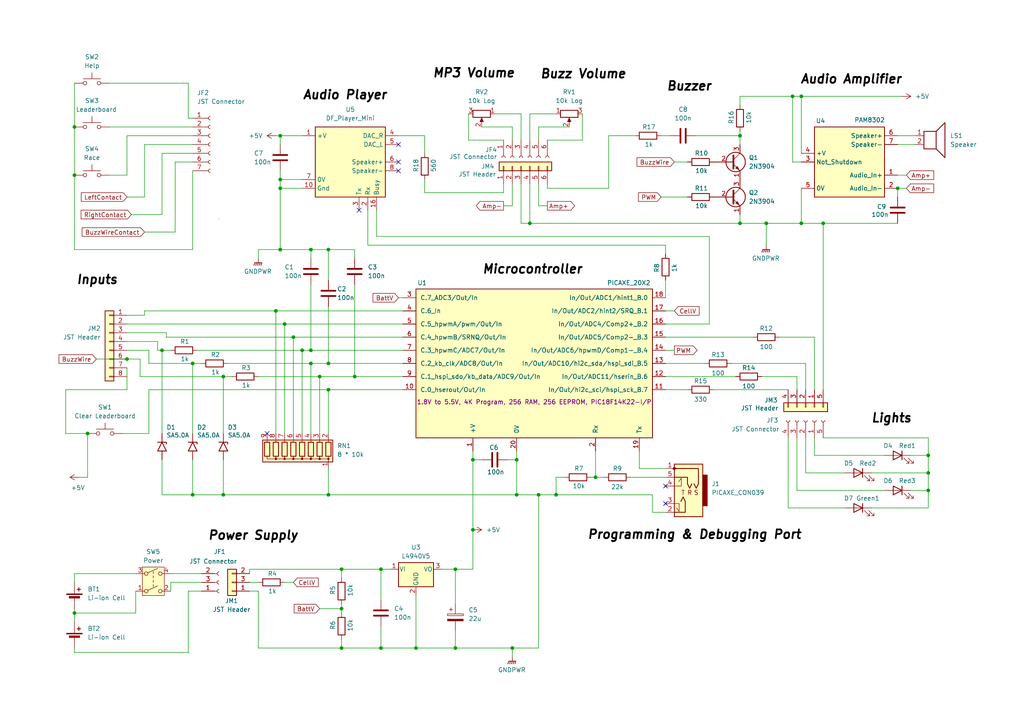
<source format=kicad_sch>
(kicad_sch (version 20231120) (generator "eeschema") (generator_version "8.0")
  (paper "A4")
  (title_block (title "Buzz Wire Game - Electronics Schematic") (date "2024-08-28") (rev "1.1") (company "Author: Alan Hunt.  License: \"The Unlicense\", please refer to <https://unlicense.org>") (comment 1 "D1, D2 and D3 are Transient Voltage Suppressors for robust electrostatic protection.") (comment 2 "DF Player: Speaker outputs are Class D.") (comment 3 "DF Player: DAC Zo=650R, Vo=7.7Vpk-pk with 5V supply and 1kHz -3dB.") (comment 4 "JST Connectors are the common XH look alikes with 0.1\" pitch (2.54mm).") (comment 5 "Errata: Connector JM2 made 8 pin (pin 7 and 8 +5V)"))
  (junction (at 132.08 165.1))
  (junction (at 132.08 187.96))
  (junction (at 172.72 138.43))
  (junction (at 260.35 54.61))
  (junction (at 46.99 101.6))
  (junction (at 137.16 153.67))
  (junction (at 95.25 143.51))
  (junction (at 21.59 177.8))
  (junction (at 90.17 72.39))
  (junction (at 81.28 72.39))
  (junction (at 64.77 109.22))
  (junction (at 64.77 143.51))
  (junction (at 161.29 143.51))
  (junction (at 95.25 113.03))
  (junction (at 149.86 143.51))
  (junction (at 95.25 105.41))
  (junction (at 25.4 125.73))
  (junction (at 110.49 165.1))
  (junction (at 21.59 36.83))
  (junction (at 120.65 187.96))
  (junction (at 87.63 101.6))
  (junction (at 232.41 27.94))
  (junction (at 148.59 187.96))
  (junction (at 99.06 176.53))
  (junction (at 137.16 133.35))
  (junction (at 153.67 64.77))
  (junction (at 269.24 132.08))
  (junction (at 90.17 105.41))
  (junction (at 102.87 109.22))
  (junction (at 80.01 90.17))
  (junction (at 149.86 133.35))
  (junction (at 238.76 64.77))
  (junction (at 36.83 104.14))
  (junction (at 95.25 72.39))
  (junction (at 156.21 143.51))
  (junction (at 110.49 187.96))
  (junction (at 99.06 187.96))
  (junction (at 99.06 165.1))
  (junction (at 21.59 50.8))
  (junction (at 214.63 64.77))
  (junction (at 229.87 27.94))
  (junction (at 82.55 93.98))
  (junction (at 92.71 109.22))
  (junction (at 81.28 52.07))
  (junction (at 269.24 142.24))
  (junction (at 55.88 105.41))
  (junction (at 55.88 143.51))
  (junction (at 81.28 54.61))
  (junction (at 222.25 64.77))
  (junction (at 214.63 39.37))
  (junction (at 81.28 39.37))
  (junction (at 232.41 64.77))
  (junction (at 90.17 101.6))
  (junction (at 85.09 97.79))
  (junction (at 269.24 137.16))
  (no_connect (at 115.57 46.99))
  (no_connect (at 115.57 49.53))
  (no_connect (at 104.14 60.96))
  (no_connect (at 77.47 125.73))
  (no_connect (at 115.57 41.91))
  (no_connect (at 193.04 140.97))
  (no_connect (at 193.04 146.05))
  (wire (pts (xy 231.14 109.22) (xy 231.14 113.03)))
  (wire (pts (xy 19.05 113.03) (xy 19.05 125.73)))
  (wire (pts (xy 46.99 101.6) (xy 45.72 101.6)))
  (wire (pts (xy 54.61 171.45) (xy 58.42 171.45)))
  (wire (pts (xy 148.59 187.96) (xy 156.21 187.96)))
  (wire (pts (xy 57.15 101.6) (xy 87.63 101.6)))
  (wire (pts (xy 260.35 41.91) (xy 265.43 41.91)))
  (wire (pts (xy 92.71 109.22) (xy 102.87 109.22)))
  (wire (pts (xy 49.53 166.37) (xy 58.42 166.37)))
  (wire (pts (xy 220.98 109.22) (xy 231.14 109.22)))
  (wire (pts (xy 149.86 143.51) (xy 156.21 143.51)))
  (wire (pts (xy 21.59 166.37) (xy 39.37 166.37)))
  (wire (pts (xy 102.87 109.22) (xy 116.84 109.22)))
  (wire (pts (xy 158.75 54.61) (xy 158.75 53.34)))
  (wire (pts (xy 229.87 27.94) (xy 232.41 27.94)))
  (wire (pts (xy 80.01 39.37) (xy 81.28 39.37)))
  (wire (pts (xy 21.59 168.91) (xy 21.59 166.37)))
  (wire (pts (xy 48.26 97.79) (xy 48.26 96.52)))
  (wire (pts (xy 21.59 189.23) (xy 54.61 189.23)))
  (wire (pts (xy 36.83 39.37) (xy 36.83 50.8)))
  (wire (pts (xy 21.59 187.96) (xy 21.59 189.23)))
  (wire (pts (xy 74.93 72.39) (xy 81.28 72.39)))
  (wire (pts (xy 201.93 39.37) (xy 214.63 39.37)))
  (wire (pts (xy 102.87 72.39) (xy 102.87 74.93)))
  (wire (pts (xy 195.58 46.99) (xy 199.39 46.99)))
  (wire (pts (xy 193.04 97.79) (xy 218.44 97.79)))
  (wire (pts (xy 153.67 53.34) (xy 153.67 64.77)))
  (wire (pts (xy 168.91 33.02) (xy 168.91 40.64)))
  (wire (pts (xy 55.88 105.41) (xy 58.42 105.41)))
  (wire (pts (xy 90.17 101.6) (xy 116.84 101.6)))
  (wire (pts (xy 74.93 171.45) (xy 74.93 187.96)))
  (wire (pts (xy 182.88 138.43) (xy 193.04 138.43)))
  (wire (pts (xy 95.25 113.03) (xy 116.84 113.03)))
  (wire (pts (xy 38.1 62.23) (xy 46.99 62.23)))
  (wire (pts (xy 90.17 72.39) (xy 90.17 74.93)))
  (wire (pts (xy 64.77 133.35) (xy 64.77 143.51)))
  (wire (pts (xy 176.53 39.37) (xy 176.53 54.61)))
  (wire (pts (xy 41.91 91.44) (xy 41.91 90.17)))
  (wire (pts (xy 156.21 187.96) (xy 156.21 143.51)))
  (wire (pts (xy 54.61 171.45) (xy 54.61 189.23)))
  (wire (pts (xy 185.42 135.89) (xy 193.04 135.89)))
  (wire (pts (xy 40.64 109.22) (xy 40.64 104.14)))
  (wire (pts (xy 193.04 86.36) (xy 193.04 81.28)))
  (wire (pts (xy 148.59 190.5) (xy 148.59 187.96)))
  (wire (pts (xy 55.88 133.35) (xy 55.88 143.51)))
  (wire (pts (xy 193.04 71.12) (xy 106.68 71.12)))
  (wire (pts (xy 236.22 97.79) (xy 236.22 113.03)))
  (wire (pts (xy 135.89 33.02) (xy 135.89 40.64)))
  (wire (pts (xy 148.59 53.34) (xy 148.59 59.69)))
  (wire (pts (xy 95.25 72.39) (xy 95.25 81.28)))
  (wire (pts (xy 233.68 127) (xy 233.68 137.16)))
  (wire (pts (xy 36.83 96.52) (xy 48.26 96.52)))
  (wire (pts (xy 46.99 143.51) (xy 55.88 143.51)))
  (wire (pts (xy 233.68 105.41) (xy 233.68 113.03)))
  (wire (pts (xy 55.88 49.53) (xy 55.88 72.39)))
  (wire (pts (xy 27.94 104.14) (xy 36.83 104.14)))
  (wire (pts (xy 110.49 165.1) (xy 110.49 173.99)))
  (wire (pts (xy 172.72 130.81) (xy 172.72 138.43)))
  (wire (pts (xy 54.61 34.29) (xy 55.88 34.29)))
  (wire (pts (xy 193.04 93.98) (xy 205.74 93.98)))
  (wire (pts (xy 31.75 50.8) (xy 36.83 50.8)))
  (wire (pts (xy 151.13 53.34) (xy 151.13 64.77)))
  (wire (pts (xy 260.35 50.8) (xy 262.89 50.8)))
  (wire (pts (xy 99.06 185.42) (xy 99.06 187.96)))
  (wire (pts (xy 81.28 72.39) (xy 90.17 72.39)))
  (wire (pts (xy 172.72 138.43) (xy 175.26 138.43)))
  (wire (pts (xy 260.35 54.61) (xy 260.35 57.15)))
  (wire (pts (xy 260.35 54.61) (xy 262.89 54.61)))
  (wire (pts (xy 214.63 39.37) (xy 214.63 41.91)))
  (wire (pts (xy 191.77 57.15) (xy 199.39 57.15)))
  (wire (pts (xy 214.63 30.48) (xy 214.63 27.94)))
  (wire (pts (xy 102.87 82.55) (xy 102.87 109.22)))
  (wire (pts (xy 54.61 24.13) (xy 54.61 34.29)))
  (wire (pts (xy 21.59 176.53) (xy 21.59 177.8)))
  (wire (pts (xy 147.32 133.35) (xy 149.86 133.35)))
  (wire (pts (xy 95.25 113.03) (xy 95.25 125.73)))
  (wire (pts (xy 106.68 60.96) (xy 106.68 71.12)))
  (wire (pts (xy 95.25 113.03) (xy 43.18 113.03)))
  (wire (pts (xy 43.18 101.6) (xy 36.83 101.6)))
  (wire (pts (xy 64.77 143.51) (xy 95.25 143.51)))
  (wire (pts (xy 50.8 46.99) (xy 55.88 46.99)))
  (wire (pts (xy 207.01 113.03) (xy 228.6 113.03)))
  (wire (pts (xy 21.59 24.13) (xy 21.59 36.83)))
  (wire (pts (xy 21.59 177.8) (xy 21.59 180.34)))
  (wire (pts (xy 256.54 142.24) (xy 231.14 142.24)))
  (wire (pts (xy 21.59 177.8) (xy 39.37 177.8)))
  (wire (pts (xy 156.21 143.51) (xy 161.29 143.51)))
  (wire (pts (xy 45.72 99.06) (xy 36.83 99.06)))
  (wire (pts (xy 238.76 127) (xy 269.24 127)))
  (wire (pts (xy 132.08 165.1) (xy 132.08 175.26)))
  (wire (pts (xy 214.63 38.1) (xy 214.63 39.37)))
  (wire (pts (xy 92.71 125.73) (xy 92.71 109.22)))
  (wire (pts (xy 135.89 40.64) (xy 146.05 40.64)))
  (wire (pts (xy 72.39 171.45) (xy 74.93 171.45)))
  (wire (pts (xy 123.19 39.37) (xy 123.19 44.45)))
  (wire (pts (xy 222.25 64.77) (xy 232.41 64.77)))
  (wire (pts (xy 82.55 168.91) (xy 85.09 168.91)))
  (wire (pts (xy 41.91 41.91) (xy 55.88 41.91)))
  (wire (pts (xy 81.28 54.61) (xy 81.28 72.39)))
  (wire (pts (xy 36.83 106.68) (xy 36.83 113.03)))
  (wire (pts (xy 212.09 105.41) (xy 233.68 105.41)))
  (wire (pts (xy 236.22 127) (xy 236.22 132.08)))
  (wire (pts (xy 72.39 165.1) (xy 72.39 166.37)))
  (wire (pts (xy 31.75 36.83) (xy 55.88 36.83)))
  (wire (pts (xy 49.53 101.6) (xy 46.99 101.6)))
  (wire (pts (xy 81.28 52.07) (xy 81.28 54.61)))
  (wire (pts (xy 232.41 54.61) (xy 232.41 64.77)))
  (wire (pts (xy 90.17 72.39) (xy 95.25 72.39)))
  (wire (pts (xy 161.29 138.43) (xy 161.29 143.51)))
  (wire (pts (xy 49.53 168.91) (xy 49.53 171.45)))
  (wire (pts (xy 95.25 105.41) (xy 116.84 105.41)))
  (wire (pts (xy 264.16 132.08) (xy 269.24 132.08)))
  (wire (pts (xy 99.06 165.1) (xy 110.49 165.1)))
  (wire (pts (xy 148.59 36.83) (xy 148.59 40.64)))
  (wire (pts (xy 43.18 105.41) (xy 43.18 101.6)))
  (wire (pts (xy 256.54 132.08) (xy 236.22 132.08)))
  (wire (pts (xy 232.41 46.99) (xy 229.87 46.99)))
  (wire (pts (xy 55.88 72.39) (xy 21.59 72.39)))
  (wire (pts (xy 46.99 101.6) (xy 46.99 125.73)))
  (wire (pts (xy 21.59 72.39) (xy 21.59 50.8)))
  (wire (pts (xy 264.16 142.24) (xy 269.24 142.24)))
  (wire (pts (xy 35.56 125.73) (xy 43.18 125.73)))
  (wire (pts (xy 165.1 36.83) (xy 156.21 36.83)))
  (wire (pts (xy 55.88 105.41) (xy 55.88 125.73)))
  (wire (pts (xy 149.86 133.35) (xy 149.86 143.51)))
  (wire (pts (xy 232.41 64.77) (xy 238.76 64.77)))
  (wire (pts (xy 232.41 27.94) (xy 261.62 27.94)))
  (wire (pts (xy 43.18 105.41) (xy 55.88 105.41)))
  (wire (pts (xy 120.65 172.72) (xy 120.65 187.96)))
  (wire (pts (xy 148.59 59.69) (xy 146.05 59.69)))
  (wire (pts (xy 46.99 133.35) (xy 46.99 143.51)))
  (wire (pts (xy 115.57 39.37) (xy 123.19 39.37)))
  (wire (pts (xy 151.13 64.77) (xy 153.67 64.77)))
  (wire (pts (xy 153.67 33.02) (xy 153.67 40.64)))
  (wire (pts (xy 72.39 168.91) (xy 74.93 168.91)))
  (wire (pts (xy 153.67 64.77) (xy 214.63 64.77)))
  (wire (pts (xy 95.25 88.9) (xy 95.25 105.41)))
  (wire (pts (xy 109.22 68.58) (xy 109.22 60.96)))
  (wire (pts (xy 193.04 105.41) (xy 204.47 105.41)))
  (wire (pts (xy 137.16 130.81) (xy 137.16 133.35)))
  (wire (pts (xy 137.16 133.35) (xy 137.16 153.67)))
  (wire (pts (xy 193.04 113.03) (xy 199.39 113.03)))
  (wire (pts (xy 214.63 27.94) (xy 229.87 27.94)))
  (wire (pts (xy 115.57 86.36) (xy 116.84 86.36)))
  (wire (pts (xy 25.4 138.43) (xy 22.86 138.43)))
  (wire (pts (xy 132.08 187.96) (xy 132.08 182.88)))
  (wire (pts (xy 43.18 113.03) (xy 43.18 125.73)))
  (wire (pts (xy 137.16 133.35) (xy 139.7 133.35)))
  (wire (pts (xy 36.83 93.98) (xy 82.55 93.98)))
  (wire (pts (xy 269.24 142.24) (xy 269.24 147.32)))
  (wire (pts (xy 80.01 90.17) (xy 116.84 90.17)))
  (wire (pts (xy 95.25 143.51) (xy 149.86 143.51)))
  (wire (pts (xy 193.04 109.22) (xy 213.36 109.22)))
  (wire (pts (xy 90.17 82.55) (xy 90.17 101.6)))
  (wire (pts (xy 87.63 101.6) (xy 90.17 101.6)))
  (wire (pts (xy 228.6 127) (xy 228.6 147.32)))
  (wire (pts (xy 185.42 130.81) (xy 185.42 135.89)))
  (wire (pts (xy 171.45 138.43) (xy 172.72 138.43)))
  (wire (pts (xy 40.64 109.22) (xy 64.77 109.22)))
  (wire (pts (xy 46.99 44.45) (xy 55.88 44.45)))
  (wire (pts (xy 85.09 125.73) (xy 85.09 97.79)))
  (wire (pts (xy 36.83 39.37) (xy 55.88 39.37)))
  (wire (pts (xy 49.53 168.91) (xy 58.42 168.91)))
  (wire (pts (xy 36.83 91.44) (xy 41.91 91.44)))
  (wire (pts (xy 191.77 39.37) (xy 194.31 39.37)))
  (wire (pts (xy 45.72 101.6) (xy 45.72 99.06)))
  (wire (pts (xy 149.86 130.81) (xy 149.86 133.35)))
  (wire (pts (xy 64.77 109.22) (xy 67.31 109.22)))
  (wire (pts (xy 189.23 148.59) (xy 189.23 143.51)))
  (wire (pts (xy 156.21 36.83) (xy 156.21 40.64)))
  (wire (pts (xy 74.93 109.22) (xy 92.71 109.22)))
  (wire (pts (xy 39.37 171.45) (xy 39.37 177.8)))
  (wire (pts (xy 260.35 39.37) (xy 265.43 39.37)))
  (wire (pts (xy 222.25 71.12) (xy 222.25 64.77)))
  (wire (pts (xy 85.09 97.79) (xy 116.84 97.79)))
  (wire (pts (xy 81.28 49.53) (xy 81.28 52.07)))
  (wire (pts (xy 74.93 74.93) (xy 74.93 72.39)))
  (wire (pts (xy 36.83 113.03) (xy 19.05 113.03)))
  (wire (pts (xy 139.7 36.83) (xy 148.59 36.83)))
  (wire (pts (xy 110.49 181.61) (xy 110.49 187.96)))
  (wire (pts (xy 87.63 125.73) (xy 87.63 101.6)))
  (wire (pts (xy 110.49 165.1) (xy 113.03 165.1)))
  (wire (pts (xy 90.17 105.41) (xy 95.25 105.41)))
  (wire (pts (xy 231.14 127) (xy 231.14 142.24)))
  (wire (pts (xy 161.29 143.51) (xy 189.23 143.51)))
  (wire (pts (xy 99.06 165.1) (xy 99.06 167.64)))
  (wire (pts (xy 193.04 148.59) (xy 189.23 148.59)))
  (wire (pts (xy 55.88 143.51) (xy 64.77 143.51)))
  (wire (pts (xy 41.91 90.17) (xy 80.01 90.17)))
  (wire (pts (xy 252.73 137.16) (xy 269.24 137.16)))
  (wire (pts (xy 99.06 176.53) (xy 99.06 177.8)))
  (wire (pts (xy 156.21 53.34) (xy 156.21 59.69)))
  (wire (pts (xy 269.24 127) (xy 269.24 132.08)))
  (wire (pts (xy 99.06 175.26) (xy 99.06 176.53)))
  (wire (pts (xy 156.21 59.69) (xy 158.75 59.69)))
  (wire (pts (xy 36.83 57.15) (xy 41.91 57.15)))
  (wire (pts (xy 46.99 62.23) (xy 46.99 44.45)))
  (wire (pts (xy 184.15 39.37) (xy 176.53 39.37)))
  (wire (pts (xy 214.63 64.77) (xy 222.25 64.77)))
  (wire (pts (xy 31.75 24.13) (xy 54.61 24.13)))
  (wire (pts (xy 25.4 125.73) (xy 25.4 138.43)))
  (wire (pts (xy 205.74 93.98) (xy 205.74 68.58)))
  (wire (pts (xy 245.11 137.16) (xy 233.68 137.16)))
  (wire (pts (xy 137.16 153.67) (xy 137.16 165.1)))
  (wire (pts (xy 48.26 97.79) (xy 85.09 97.79)))
  (wire (pts (xy 21.59 36.83) (xy 21.59 50.8)))
  (wire (pts (xy 81.28 39.37) (xy 81.28 41.91)))
  (wire (pts (xy 245.11 147.32) (xy 228.6 147.32)))
  (wire (pts (xy 90.17 105.41) (xy 90.17 125.73)))
  (wire (pts (xy 109.22 68.58) (xy 205.74 68.58)))
  (wire (pts (xy 214.63 62.23) (xy 214.63 64.77)))
  (wire (pts (xy 176.53 54.61) (xy 158.75 54.61)))
  (wire (pts (xy 66.04 105.41) (xy 90.17 105.41)))
  (wire (pts (xy 229.87 27.94) (xy 229.87 46.99)))
  (wire (pts (xy 132.08 165.1) (xy 128.27 165.1)))
  (wire (pts (xy 238.76 64.77) (xy 238.76 113.03)))
  (wire (pts (xy 163.83 138.43) (xy 161.29 138.43)))
  (wire (pts (xy 137.16 165.1) (xy 132.08 165.1)))
  (wire (pts (xy 226.06 97.79) (xy 236.22 97.79)))
  (wire (pts (xy 110.49 187.96) (xy 120.65 187.96)))
  (wire (pts (xy 64.77 125.73) (xy 64.77 109.22)))
  (wire (pts (xy 41.91 67.31) (xy 50.8 67.31)))
  (wire (pts (xy 74.93 187.96) (xy 99.06 187.96)))
  (wire (pts (xy 238.76 64.77) (xy 260.35 64.77)))
  (wire (pts (xy 123.19 52.07) (xy 123.19 55.88)))
  (wire (pts (xy 95.25 135.89) (xy 95.25 143.51)))
  (wire (pts (xy 146.05 55.88) (xy 146.05 53.34)))
  (wire (pts (xy 99.06 187.96) (xy 110.49 187.96)))
  (wire (pts (xy 72.39 165.1) (xy 99.06 165.1)))
  (wire (pts (xy 82.55 93.98) (xy 116.84 93.98)))
  (wire (pts (xy 40.64 104.14) (xy 36.83 104.14)))
  (wire (pts (xy 151.13 33.02) (xy 151.13 40.64)))
  (wire (pts (xy 82.55 93.98) (xy 82.55 125.73)))
  (wire (pts (xy 123.19 55.88) (xy 146.05 55.88)))
  (wire (pts (xy 143.51 33.02) (xy 151.13 33.02)))
  (wire (pts (xy 95.25 72.39) (xy 102.87 72.39)))
  (wire (pts (xy 81.28 52.07) (xy 87.63 52.07)))
  (wire (pts (xy 80.01 90.17) (xy 80.01 125.73)))
  (wire (pts (xy 81.28 54.61) (xy 87.63 54.61)))
  (wire (pts (xy 132.08 187.96) (xy 148.59 187.96)))
  (wire (pts (xy 269.24 132.08) (xy 269.24 137.16)))
  (wire (pts (xy 193.04 101.6) (xy 195.58 101.6)))
  (wire (pts (xy 19.05 125.73) (xy 25.4 125.73)))
  (wire (pts (xy 252.73 147.32) (xy 269.24 147.32)))
  (wire (pts (xy 120.65 187.96) (xy 132.08 187.96)))
  (wire (pts (xy 193.04 90.17) (xy 195.58 90.17)))
  (wire (pts (xy 41.91 57.15) (xy 41.91 41.91)))
  (wire (pts (xy 92.71 176.53) (xy 99.06 176.53)))
  (wire (pts (xy 161.29 33.02) (xy 153.67 33.02)))
  (wire (pts (xy 81.28 39.37) (xy 87.63 39.37)))
  (wire (pts (xy 232.41 27.94) (xy 232.41 44.45)))
  (wire (pts (xy 158.75 40.64) (xy 168.91 40.64)))
  (wire (pts (xy 193.04 73.66) (xy 193.04 71.12)))
  (wire (pts (xy 50.8 67.31) (xy 50.8 46.99)))
  (wire (pts (xy 269.24 137.16) (xy 269.24 142.24)))
  (arc (start 63.5 63.5) (mid 63.5 63.5) (end 63.5 63.5))
  (text "Power Supply" (at 73.406 155.448 0) (effects (font (size 2.54 2.54) (bold yes) (italic yes))))
  (text "Audio Amplifier" (at 246.888 23.114 0) (effects (font (size 2.54 2.54) (bold yes) (italic yes))))
  (text "MP3 Volume" (at 137.414 21.336 0) (effects (font (size 2.54 2.54) (bold yes) (italic yes))))
  (text "Buzz Volume" (at 169.164 21.59 0) (effects (font (size 2.54 2.54) (bold yes) (italic yes))))
  (text "Audio Player" (at 100.076 27.686 0) (effects (font (size 2.54 2.54) (bold yes) (italic yes))))
  (text "Buzzer" (at 199.898 25.146 0) (effects (font (size 2.54 2.54) (bold yes) (italic yes))))
  (text "Microcontroller" (at 154.432 78.232 0) (effects (font (size 2.54 2.54) (bold yes) (italic yes))))
  (text "Programming & Debugging Port" (at 201.422 155.194 0) (effects (font (size 2.54 2.54) (bold yes) (italic yes))))
  (text "Lights" (at 258.572 121.412 0) (effects (font (size 2.54 2.54) (bold yes) (italic yes))))
  (text "Inputs" (at 28.194 81.28 0) (effects (font (size 2.54 2.54) (bold yes) (italic yes))))
  (global_label "Amp-" (shape input) (at 262.89 54.61 0) (property "Intersheetrefs" "${INTERSHEET_REFS}" (effects (hide yes))))
  (global_label "LeftContact" (shape input) (at 36.83 57.15 180) (property "Intersheetrefs" "${INTERSHEET_REFS}" (effects (hide yes))))
  (global_label "PWM" (shape output) (at 195.58 101.6 0) (property "Intersheetrefs" "${INTERSHEET_REFS}" (effects (hide yes))))
  (global_label "Amp-" (shape output) (at 146.05 59.69 180) (property "Intersheetrefs" "${INTERSHEET_REFS}" (effects (hide yes))))
  (global_label "RightContact" (shape input) (at 38.1 62.23 180) (property "Intersheetrefs" "${INTERSHEET_REFS}" (effects (hide yes))))
  (global_label "BuzzWireContact" (shape input) (at 41.91 67.31 180) (property "Intersheetrefs" "${INTERSHEET_REFS}" (effects (hide yes))))
  (global_label "Amp+" (shape output) (at 158.75 59.69 0) (property "Intersheetrefs" "${INTERSHEET_REFS}" (effects (hide yes))))
  (global_label "CellV" (shape input) (at 195.58 90.17 0) (property "Intersheetrefs" "${INTERSHEET_REFS}" (effects (hide yes))))
  (global_label "BuzzWire" (shape input) (at 195.58 46.99 180) (property "Intersheetrefs" "${INTERSHEET_REFS}" (effects (hide yes))))
  (global_label "PWM" (shape input) (at 191.77 57.15 180) (property "Intersheetrefs" "${INTERSHEET_REFS}" (effects (hide yes))))
  (global_label "BattV" (shape input) (at 115.57 86.36 180) (property "Intersheetrefs" "${INTERSHEET_REFS}" (effects (hide yes))))
  (global_label "Amp+" (shape input) (at 262.89 50.8 0) (property "Intersheetrefs" "${INTERSHEET_REFS}" (effects (hide yes))))
  (global_label "BattV" (shape input) (at 92.71 176.53 180) (property "Intersheetrefs" "${INTERSHEET_REFS}" (effects (hide yes))))
  (global_label "CellV" (shape input) (at 85.09 168.91 0) (property "Intersheetrefs" "${INTERSHEET_REFS}" (effects (hide yes))))
  (global_label "BuzzWire" (shape input) (at 27.94 104.14 180) (property "Intersheetrefs" "${INTERSHEET_REFS}" (effects (hide yes))))
  (symbol (lib_id "Device:R") (at 167.64 138.43 270) (unit 1)
    (property "Reference" "R7" (at 167.894 135.89 90))
    (property "Value" "10k" (at 167.894 140.97 90))
    (property "Footprint" "Resistor_THT:R_Axial_DIN0207_L6.3mm_D2.5mm_P7.62mm_Horizontal" (effects (hide yes)))
    (property "Description" "Resistor" (effects (hide yes)))
  )
  (symbol (lib_id "Device:R_Network08") (at 85.09 130.81 180) (unit 1)
    (property "Reference" "RN1" (at 97.79 129.2859 0) (effects (justify right)))
    (property "Value" "8 * 10k" (at 97.79 131.8259 0) (effects (justify right)))
    (property "Footprint" "Resistor_THT:R_Array_SIP9" (effects (hide yes)))
    (property "Datasheet" "http://www.vishay.com/docs/31509/csc.pdf" (effects (hide yes)))
    (property "Description" "8 resistor network, star topology, bussed resistors, small symbol" (effects (hide yes)))
  )
  (symbol (lib_id "Device:Battery_Cell") (at 21.59 173.99 0) (unit 1) (on_board no)
    (property "Reference" "BT1" (at 25.4 170.8784 0) (effects (justify left)))
    (property "Value" "Li-ion Cell" (at 25.4 173.4184 0) (effects (justify left)))
    (property "Datasheet" "Samsung INR18650-30Q, 3000mAh, 4.2V, 2.5V Cut-off" (effects (hide yes)))
    (property "Description" "Single-cell battery" (effects (hide yes)))
  )
  (symbol (lib_id "Device:LED") (at 248.92 147.32 0) (mirror y) (unit 1) (on_board no)
    (property "Reference" "D7" (at 246.126 144.526 0))
    (property "Value" "Green1" (at 251.714 144.526 0))
    (property "Datasheet" "10mm" (effects (hide yes)))
    (property "Description" "Light emitting diode" (effects (hide yes)))
  )
  (symbol (lib_id "MakerBuzz:SA5.0A") (at 46.99 129.54 270) (unit 1)
    (property "Reference" "D1" (at 48.26 123.952 90) (effects (justify left)))
    (property "Value" "SA5.0A" (at 48.26 126.238 90) (effects (justify left)))
    (property "Footprint" "Diode_THT:D_DO-201AD_P12.70mm_Horizontal" (effects (hide yes)))
    (property "Datasheet" "https://www.vishay.com/docs/88301/15ke.pdf" (effects (hide yes)))
    (property "Description" "Unidirectional TVS diode, 5V 500W, DO-204AC(DO-15)" (effects (hide yes)))
  )
  (symbol (lib_id "Device:R") (at 217.17 109.22 270) (unit 1)
    (property "Reference" "R14" (at 217.17 106.68 90))
    (property "Value" "100" (at 217.17 112.014 90))
    (property "Footprint" "Resistor_THT:R_Axial_DIN0207_L6.3mm_D2.5mm_P7.62mm_Horizontal" (effects (hide yes)))
    (property "Description" "Resistor" (effects (hide yes)))
  )
  (symbol (lib_id "Device:LED") (at 260.35 142.24 0) (mirror y) (unit 1) (on_board no)
    (property "Reference" "D6" (at 257.556 139.446 0))
    (property "Value" "Red3" (at 263.144 139.446 0))
    (property "Datasheet" "10mm" (effects (hide yes)))
    (property "Description" "Light emitting diode" (effects (hide yes)))
  )
  (symbol (lib_id "Device:C") (at 102.87 78.74 0) (unit 1)
    (property "Reference" "C3" (at 106.68 77.4699 0) (effects (justify left)))
    (property "Value" "100n" (at 106.68 80.0099 0) (effects (justify left)))
    (property "Footprint" "Capacitor_THT:C_Rect_L9.0mm_W2.5mm_P7.50mm_MKT" (effects (hide yes)))
    (property "Description" "Unpolarized capacitor" (effects (hide yes)))
  )
  (symbol (lib_id "Device:R") (at 179.07 138.43 270) (unit 1)
    (property "Reference" "R9" (at 179.07 135.89 90))
    (property "Value" "22k" (at 179.07 141.224 90))
    (property "Footprint" "Resistor_THT:R_Axial_DIN0207_L6.3mm_D2.5mm_P7.62mm_Horizontal" (effects (hide yes)))
    (property "Description" "Resistor" (effects (hide yes)))
  )
  (symbol (lib_id "MakerBuzz:SA5.0A") (at 55.88 129.54 270) (unit 1)
    (property "Reference" "D2" (at 57.15 123.952 90) (effects (justify left)))
    (property "Value" "SA5.0A" (at 57.15 126.238 90) (effects (justify left)))
    (property "Footprint" "Diode_THT:D_DO-201AD_P12.70mm_Horizontal" (effects (hide yes)))
    (property "Datasheet" "https://www.vishay.com/docs/88301/15ke.pdf" (effects (hide yes)))
    (property "Description" "Unidirectional TVS diode, 5V 500W, DO-204AC(DO-15)" (effects (hide yes)))
  )
  (symbol (lib_id "power:GNDPWR") (at 222.25 71.12 0) (unit 1)
    (property "Reference" "#PWR04" (effects (hide yes)))
    (property "Value" "GNDPWR" (at 222.123 74.93 0))
    (property "Description" "Power symbol creates a global label with name \"GNDPWR\" , global ground" (effects (hide yes)))
  )
  (symbol (lib_id "Device:R") (at 203.2 113.03 270) (unit 1)
    (property "Reference" "R15" (at 203.2 110.49 90))
    (property "Value" "330" (at 203.2 115.824 90))
    (property "Footprint" "Resistor_THT:R_Axial_DIN0207_L6.3mm_D2.5mm_P7.62mm_Horizontal" (effects (hide yes)))
    (property "Description" "Resistor" (effects (hide yes)))
  )
  (symbol (lib_id "Switch:SW_DPST") (at 44.45 168.91 0) (unit 1) (on_board no)
    (property "Reference" "SW5" (at 44.45 160.02 0))
    (property "Value" "Power" (at 44.45 162.56 0))
    (property "Datasheet" "Dual Pole" (effects (hide yes)))
    (property "Description" "Double Pole Single Throw (DPST) Switch" (effects (hide yes)))
  )
  (symbol (lib_id "Switch:SW_Push") (at 26.67 36.83 0) (unit 1) (on_board no)
    (property "Reference" "SW3" (at 26.67 29.21 0))
    (property "Value" "Leaderboard" (at 27.94 31.75 0))
    (property "Datasheet" "Normally Open, Momentary Close" (effects (hide yes)))
    (property "Description" "Push button switch, generic, two pins" (effects (hide yes)))
  )
  (symbol (lib_id "power:GNDPWR") (at 74.93 74.93 0) (unit 1)
    (property "Reference" "#PWR01" (effects (hide yes)))
    (property "Value" "GNDPWR" (at 74.803 78.74 0))
    (property "Description" "Power symbol creates a global label with name \"GNDPWR\" , global ground" (effects (hide yes)))
  )
  (symbol (lib_id "Connector_Generic:Conn_01x06") (at 151.13 48.26 90) (unit 1)
    (property "Reference" "JM4" (at 141.478 48.26 90))
    (property "Value" "JST Header" (at 138.43 50.546 90))
    (property "Footprint" "Connector_PinHeader_2.54mm:PinHeader_1x06_P2.54mm_Vertical" (effects (hide yes)))
    (property "Datasheet" "2.54mm pin spacing" (effects (hide yes)))
    (property "Description" "Generic connector, single row, 01x06, script generated (kicad-library-utils/schlib/autogen/connector/)" (effects (hide yes)))
  )
  (symbol (lib_id "MakerBuzz:PCB_Switch_Push_Button") (at 30.48 125.73 0) (unit 1)
    (property "Reference" "SW1" (at 30.48 118.11 0))
    (property "Value" "Clear Leaderboard" (at 30.48 120.65 0))
    (property "Footprint" "Maker:PCB_Switch_Push_Button" (effects (hide yes)))
    (property "Datasheet" "Normally Open, Momentary Close" (effects (hide yes)))
    (property "Description" "Push button switch, momentary close" (effects (hide yes)))
  )
  (symbol (lib_id "Device:R") (at 71.12 109.22 270) (unit 1)
    (property "Reference" "R3" (at 71.374 106.68 90))
    (property "Value" "1k" (at 71.374 111.76 90))
    (property "Footprint" "Resistor_THT:R_Axial_DIN0207_L6.3mm_D2.5mm_P7.62mm_Horizontal" (effects (hide yes)))
    (property "Description" "Resistor" (effects (hide yes)))
  )
  (symbol (lib_id "Switch:SW_Push") (at 26.67 24.13 0) (unit 1) (on_board no)
    (property "Reference" "SW2" (at 26.67 16.51 0))
    (property "Value" "Help" (at 26.67 19.05 0))
    (property "Datasheet" "Normally Open, Momentary Close" (effects (hide yes)))
    (property "Description" "Push button switch, generic, two pins" (effects (hide yes)))
  )
  (symbol (lib_id "Device:C") (at 95.25 85.09 0) (unit 1)
    (property "Reference" "C2" (at 97.79 83.82 0) (effects (justify left)))
    (property "Value" "100n" (at 97.79 86.36 0) (effects (justify left)))
    (property "Footprint" "Capacitor_THT:C_Rect_L9.0mm_W2.5mm_P7.50mm_MKT" (effects (hide yes)))
    (property "Description" "Unpolarized capacitor" (effects (hide yes)))
  )
  (symbol (lib_id "Device:R") (at 193.04 77.47 0) (mirror x) (unit 1)
    (property "Reference" "R8" (at 190.5 77.724 90))
    (property "Value" "1k" (at 195.58 77.724 90))
    (property "Footprint" "Resistor_THT:R_Axial_DIN0207_L6.3mm_D2.5mm_P7.62mm_Horizontal" (effects (hide yes)))
    (property "Description" "Resistor" (effects (hide yes)))
  )
  (symbol (lib_id "Device:R") (at 62.23 105.41 270) (unit 1)
    (property "Reference" "R2" (at 62.484 102.87 90))
    (property "Value" "1k" (at 62.484 107.95 90))
    (property "Footprint" "Resistor_THT:R_Axial_DIN0207_L6.3mm_D2.5mm_P7.62mm_Horizontal" (effects (hide yes)))
    (property "Description" "Resistor" (effects (hide yes)))
  )
  (symbol (lib_id "Device:C") (at 143.51 133.35 270) (unit 1)
    (property "Reference" "C6" (at 143.256 129.794 90))
    (property "Value" "100n" (at 143.764 136.906 90))
    (property "Footprint" "Capacitor_THT:C_Rect_L9.0mm_W2.5mm_P7.50mm_MKT" (effects (hide yes)))
    (property "Description" "Unpolarized capacitor" (effects (hide yes)))
  )
  (symbol (lib_id "Device:C") (at 110.49 177.8 0) (unit 1)
    (property "Reference" "C4" (at 114.3 176.5299 0) (effects (justify left)))
    (property "Value" "100n" (at 114.3 179.0699 0) (effects (justify left)))
    (property "Footprint" "Capacitor_THT:C_Rect_L9.0mm_W2.5mm_P7.50mm_MKT" (effects (hide yes)))
    (property "Description" "Unpolarized capacitor" (effects (hide yes)))
  )
  (symbol (lib_id "Device:R") (at 203.2 57.15 270) (unit 1)
    (property "Reference" "R11" (at 203.454 54.61 90))
    (property "Value" "10k" (at 203.454 59.69 90))
    (property "Footprint" "Resistor_THT:R_Axial_DIN0207_L6.3mm_D2.5mm_P7.62mm_Horizontal" (effects (hide yes)))
    (property "Description" "Resistor" (effects (hide yes)))
  )
  (symbol (lib_id "Device:C") (at 81.28 45.72 0) (unit 1)
    (property "Reference" "C7" (at 73.66 44.45 0) (effects (justify left)))
    (property "Value" "100n" (at 73.66 46.99 0) (effects (justify left)))
    (property "Footprint" "Capacitor_THT:C_Rect_L9.0mm_W2.5mm_P7.50mm_MKT" (effects (hide yes)))
    (property "Description" "Unpolarized capacitor" (effects (hide yes)))
  )
  (symbol (lib_id "Switch:SW_Push") (at 26.67 50.8 0) (unit 1) (on_board no)
    (property "Reference" "SW4" (at 26.67 43.18 0))
    (property "Value" "Race" (at 26.67 45.72 0))
    (property "Datasheet" "Normally Open, Momentary Close" (effects (hide yes)))
    (property "Description" "Push button switch, generic, two pins" (effects (hide yes)))
  )
  (symbol (lib_id "Connector:Conn_01x03_Socket") (at 63.5 168.91 0) (unit 1) (on_board no)
    (property "Reference" "JF1" (at 61.976 160.02 0) (effects (justify left)))
    (property "Value" "JST Connector" (at 54.864 162.814 0) (effects (justify left)))
    (property "Datasheet" "2.54mm pin spacing" (effects (hide yes)))
    (property "Description" "Generic connector, single row, 01x03, script generated" (effects (hide yes)))
  )
  (symbol (lib_id "Connector:Conn_01x06_Socket") (at 151.13 45.72 90) (mirror x) (unit 1) (on_board no)
    (property "Reference" "JF4" (at 140.716 43.434 90) (effects (justify right)))
    (property "Value" "JST Connector" (at 130.302 45.466 90) (effects (justify right)))
    (property "Datasheet" "2.54mm pin spacing" (effects (hide yes)))
    (property "Description" "Generic connector, single row, 01x06, script generated" (effects (hide yes)))
  )
  (symbol (lib_id "Device:Battery_Cell") (at 21.59 185.42 0) (unit 1) (on_board no)
    (property "Reference" "BT2" (at 25.4 182.3084 0) (effects (justify left)))
    (property "Value" "Li-ion Cell" (at 25.4 184.8484 0) (effects (justify left)))
    (property "Datasheet" "Samsung INR18650-30Q, 3000mAh, 4.2V, 2.5V Cut-off" (effects (hide yes)))
    (property "Description" "Single-cell battery" (effects (hide yes)))
  )
  (symbol (lib_id "Device:Speaker") (at 270.51 39.37 0) (unit 1) (on_board no)
    (property "Reference" "LS1" (at 275.59 39.3699 0) (effects (justify left)))
    (property "Value" "Speaker" (at 275.59 41.9099 0) (effects (justify left)))
    (property "Datasheet" "Eagle B185, 3W 4ohm Weatherproof" (effects (hide yes)))
    (property "Description" "Speaker" (effects (hide yes)))
  )
  (symbol (lib_id "Device:R") (at 208.28 105.41 270) (unit 1)
    (property "Reference" "R13" (at 208.28 102.87 90))
    (property "Value" "100" (at 208.28 108.204 90))
    (property "Footprint" "Resistor_THT:R_Axial_DIN0207_L6.3mm_D2.5mm_P7.62mm_Horizontal" (effects (hide yes)))
    (property "Description" "Resistor" (effects (hide yes)))
  )
  (symbol (lib_id "MakerBuzz:DF_Player_Mini") (at 91.44 36.83 0) (unit 1)
    (property "Reference" "U5" (at 101.6 31.75 0))
    (property "Value" "DF_Player_Mini" (at 101.6 34.29 0))
    (property "Footprint" "Maker:DF_Player_Mini" (effects (hide yes)))
    (property "Datasheet" "https://www.flyrontech.com/en/download/m16p.html" (effects (hide yes)))
    (property "Description" "Audio Module with UART interface to direct MP3 and WAV playback from SD card" (effects (hide yes)))
  )
  (symbol (lib_id "power:+5V") (at 22.86 138.43 90) (unit 1)
    (property "Reference" "#PWR07" (effects (hide yes)))
    (property "Value" "+5V" (at 24.638 141.478 90) (effects (justify left)))
    (property "Description" "Power symbol creates a global label with name \"+5V\"" (effects (hide yes)))
  )
  (symbol (lib_id "Device:R") (at 53.34 101.6 270) (unit 1)
    (property "Reference" "R1" (at 53.594 99.06 90))
    (property "Value" "1k" (at 53.594 104.14 90))
    (property "Footprint" "Resistor_THT:R_Axial_DIN0207_L6.3mm_D2.5mm_P7.62mm_Horizontal" (effects (hide yes)))
    (property "Description" "Resistor" (effects (hide yes)))
  )
  (symbol (lib_id "Connector_Generic:Conn_01x05") (at 233.68 118.11 270) (unit 1)
    (property "Reference" "JM3" (at 225.552 116.078 90) (effects (justify right)))
    (property "Value" "JST Header" (at 225.806 118.364 90) (effects (justify right)))
    (property "Footprint" "Connector_PinHeader_2.54mm:PinHeader_1x05_P2.54mm_Vertical" (effects (hide yes)))
    (property "Datasheet" "2.54mm pin spacing" (effects (hide yes)))
    (property "Description" "Generic connector, single row, 01x05, script generated (kicad-library-utils/schlib/autogen/connector/)" (effects (hide yes)))
  )
  (symbol (lib_id "Connector_Generic:Conn_01x08") (at 31.75 99.06 0) (mirror y) (unit 1)
    (property "Reference" "JM2" (at 29.21 95.25 0) (effects (justify left)))
    (property "Value" "JST Header" (at 29.21 97.79 0) (effects (justify left)))
    (property "Footprint" "Connector_PinHeader_2.54mm:PinHeader_1x07_P2.54mm_Vertical" (effects (hide yes)))
    (property "Datasheet" "2.54mm pin spacing" (effects (hide yes)))
    (property "Description" "Generic connector, single row, 01x08, script generated (kicad-library-utils/schlib/autogen/connector/)" (effects (hide yes)))
  )
  (symbol (lib_id "Device:R") (at 187.96 39.37 270) (unit 1)
    (property "Reference" "R17" (at 188.214 36.83 90))
    (property "Value" "1k" (at 188.214 41.91 90))
    (property "Footprint" "Resistor_THT:R_Axial_DIN0207_L6.3mm_D2.5mm_P7.62mm_Horizontal" (effects (hide yes)))
    (property "Description" "Resistor" (effects (hide yes)))
  )
  (symbol (lib_id "MakerBuzz:PICAXE_20X2") (at 120.65 83.82 0) (unit 1)
    (property "Reference" "U1" (at 122.428 82.042 0))
    (property "Value" "PICAXE_20X2" (at 182.372 82.042 0))
    (property "Footprint" "Package_DIP:DIP-20_W7.62mm" (effects (hide yes)))
    (property "Datasheet" "https://ww1.microchip.com/downloads/en/devicedoc/41365d.pdf" (effects (hide yes)))
    (property "Description" "1.8V to 5.5V, 4K Program, 256 RAM, 256 EEPROM, PIC18F14K22-I/P" (at 154.94 116.586 0))
  )
  (symbol (lib_id "MakerBuzz:PAM8302") (at 236.22 36.83 0) (unit 1)
    (property "Reference" "U4" (at 237.998 35.052 0))
    (property "Value" "PAM8302" (at 252.222 34.798 0))
    (property "Footprint" "Maker:PAM8302_Amplifier" (effects (hide yes)))
    (property "Datasheet" "https://github.com/adafruit/Adafruit-PAM8302-Mono-Amplifier-PCB" (effects (hide yes)))
    (property "Description" "PAM8320 2.5W Audio Amplifier Module, 2.0 to 5.5V, Class D, diff input and vol trimmer" (effects (hide yes)))
  )
  (symbol (lib_id "Device:R") (at 222.25 97.79 270) (unit 1)
    (property "Reference" "R12" (at 222.25 95.25 90))
    (property "Value" "100" (at 222.25 100.584 90))
    (property "Footprint" "Resistor_THT:R_Axial_DIN0207_L6.3mm_D2.5mm_P7.62mm_Horizontal" (effects (hide yes)))
    (property "Description" "Resistor" (effects (hide yes)))
  )
  (symbol (lib_id "Device:R") (at 99.06 181.61 0) (unit 1)
    (property "Reference" "R6" (at 96.52 181.356 90))
    (property "Value" "10k" (at 101.6 181.356 90))
    (property "Footprint" "Resistor_THT:R_Axial_DIN0207_L6.3mm_D2.5mm_P7.62mm_Horizontal" (effects (hide yes)))
    (property "Description" "Resistor" (effects (hide yes)))
  )
  (symbol (lib_id "power:GNDPWR") (at 148.59 190.5 0) (unit 1)
    (property "Reference" "#PWR03" (effects (hide yes)))
    (property "Value" "GNDPWR" (at 148.463 194.31 0))
    (property "Description" "Power symbol creates a global label with name \"GNDPWR\" , global ground" (effects (hide yes)))
  )
  (symbol (lib_id "Device:R") (at 203.2 46.99 270) (unit 1)
    (property "Reference" "R10" (at 203.454 44.45 90))
    (property "Value" "10k" (at 203.454 49.53 90))
    (property "Footprint" "Resistor_THT:R_Axial_DIN0207_L6.3mm_D2.5mm_P7.62mm_Horizontal" (effects (hide yes)))
    (property "Description" "Resistor" (effects (hide yes)))
  )
  (symbol (lib_id "MakerBuzz:SA5.0A") (at 64.77 129.54 270) (unit 1)
    (property "Reference" "D3" (at 66.04 123.952 90) (effects (justify left)))
    (property "Value" "SA5.0A" (at 66.04 126.238 90) (effects (justify left)))
    (property "Footprint" "Diode_THT:D_DO-201AD_P12.70mm_Horizontal" (effects (hide yes)))
    (property "Datasheet" "https://www.vishay.com/docs/88301/15ke.pdf" (effects (hide yes)))
    (property "Description" "Unidirectional TVS diode, 5V 500W, DO-204AC(DO-15)" (effects (hide yes)))
  )
  (symbol (lib_id "power:+5V") (at 261.62 27.94 270) (mirror x) (unit 1)
    (property "Reference" "#PWR06" (effects (hide yes)))
    (property "Value" "+5V" (at 265.43 27.9399 90) (effects (justify left)))
    (property "Description" "Power symbol creates a global label with name \"+5V\"" (effects (hide yes)))
  )
  (symbol (lib_id "power:+5V") (at 80.01 39.37 90) (unit 1)
    (property "Reference" "#PWR02" (effects (hide yes)))
    (property "Value" "+5V" (at 76.2 39.3699 90) (effects (justify left)))
    (property "Description" "Power symbol creates a global label with name \"+5V\"" (effects (hide yes)))
  )
  (symbol (lib_id "Device:C_Polarized") (at 132.08 179.07 0) (unit 1)
    (property "Reference" "C5" (at 135.89 176.9109 0) (effects (justify left)))
    (property "Value" "22u" (at 135.89 179.4509 0) (effects (justify left)))
    (property "Footprint" "Capacitor_THT:C_Radial_D10.0mm_H16.0mm_P5.00mm" (effects (hide yes)))
    (property "Description" "Polarized capacitor" (effects (hide yes)))
  )
  (symbol (lib_id "MakerBuzz:PICAXE_SERIAL_PORT") (at 195.58 134.62 0) (unit 1)
    (property "Reference" "J1" (at 206.375 140.3349 0) (effects (justify left)))
    (property "Value" "PICAXE_CON039" (at 206.375 142.8749 0) (effects (justify left)))
    (property "Footprint" "Connector_Audio:Jack_3.5mm_CUI_SJ1-3525N_Horizontal" (effects (hide yes)))
    (property "Datasheet" "https://www.cuidevices.com/product/resource/sj1-352xn.pdf" (effects (hide yes)))
    (property "Description" "3.5mm 3 Pole, TRS Audio Jack, Switched Tip and Ring, Grounded Sleeve" (effects (hide yes)))
  )
  (symbol (lib_id "Transistor_BJT:2N3904") (at 212.09 46.99 0) (unit 1)
    (property "Reference" "Q1" (at 217.17 45.7199 0) (effects (justify left)))
    (property "Value" "2N3904" (at 217.17 48.2599 0) (effects (justify left)))
    (property "Footprint" "Package_TO_SOT_THT:TO-92_Inline" (effects (hide yes)))
    (property "Datasheet" "https://www.onsemi.com/pub/Collateral/2N3903-D.PDF" (effects (hide yes)))
    (property "Description" "0.2A Ic, 40V Vce, Small Signal NPN Transistor, TO-92" (effects (hide yes)))
  )
  (symbol (lib_id "Connector:Conn_01x05_Socket") (at 233.68 121.92 270) (mirror x) (unit 1) (on_board no)
    (property "Reference" "JF3" (at 224.028 121.92 90))
    (property "Value" "JST Connector" (at 226.06 124.46 90) (effects (justify right)))
    (property "Datasheet" "2.54mm pin spacing" (effects (hide yes)))
    (property "Description" "Generic connector, single row, 01x05, script generated" (effects (hide yes)))
  )
  (symbol (lib_id "Device:C") (at 260.35 60.96 0) (unit 1)
    (property "Reference" "C9" (at 257.048 59.944 0) (effects (justify right)))
    (property "Value" "100n" (at 252.73 62.23 0) (effects (justify left)))
    (property "Footprint" "Capacitor_THT:C_Rect_L9.0mm_W2.5mm_P7.50mm_MKT" (effects (hide yes)))
    (property "Description" "Unpolarized capacitor" (effects (hide yes)))
  )
  (symbol (lib_id "Device:R_Potentiometer") (at 139.7 33.02 270) (unit 1) (on_board no)
    (property "Reference" "RV2" (at 139.7 26.67 90))
    (property "Value" "10k Log" (at 139.7 29.21 90))
    (property "Datasheet" "Bourns 53CAD-E16-D15L 0.25W IP65" (effects (hide yes)))
    (property "Description" "Potentiometer" (effects (hide yes)))
  )
  (symbol (lib_id "Device:R") (at 214.63 34.29 0) (unit 1)
    (property "Reference" "R16" (at 212.09 34.036 90))
    (property "Value" "10k" (at 217.17 34.036 90))
    (property "Footprint" "Resistor_THT:R_Axial_DIN0207_L6.3mm_D2.5mm_P7.62mm_Horizontal" (effects (hide yes)))
    (property "Description" "Resistor" (effects (hide yes)))
  )
  (symbol (lib_id "MakerBuzz:3PinHeader") (at 67.31 168.91 0) (mirror y) (unit 1)
    (property "Reference" "JM1" (at 69.088 174.244 0) (effects (justify left)))
    (property "Value" "JST Header" (at 72.644 176.784 0) (effects (justify left)))
    (property "Footprint" "Maker:3PinHeader" (effects (hide yes)))
    (property "Datasheet" "2.54mm pin spacing" (effects (hide yes)))
    (property "Description" "Generic connector, single row, 01x03, script generated (kicad-library-utils/schlib/autogen/connector/)" (effects (hide yes)))
  )
  (symbol (lib_id "Device:R_Potentiometer") (at 165.1 33.02 90) (mirror x) (unit 1) (on_board no)
    (property "Reference" "RV1" (at 165.1 26.67 90))
    (property "Value" "10k Log" (at 165.1 29.21 90))
    (property "Datasheet" "Bourns 53CAD-E16-D15L 0.25W IP65" (effects (hide yes)))
    (property "Description" "Potentiometer" (effects (hide yes)))
  )
  (symbol (lib_id "Device:LED") (at 248.92 137.16 0) (mirror y) (unit 1) (on_board no)
    (property "Reference" "D5" (at 246.126 134.366 0))
    (property "Value" "Red2" (at 251.714 134.366 0))
    (property "Datasheet" "10mm" (effects (hide yes)))
    (property "Description" "Light emitting diode" (effects (hide yes)))
  )
  (symbol (lib_id "Device:C") (at 198.12 39.37 90) (unit 1)
    (property "Reference" "C8" (at 198.12 31.75 90))
    (property "Value" "100n" (at 198.12 34.29 90))
    (property "Footprint" "Capacitor_THT:C_Rect_L9.0mm_W2.5mm_P7.50mm_MKT" (effects (hide yes)))
    (property "Description" "Unpolarized capacitor" (effects (hide yes)))
  )
  (symbol (lib_id "Device:R") (at 123.19 48.26 0) (unit 1)
    (property "Reference" "R18" (at 120.65 48.006 90))
    (property "Value" "560" (at 125.73 48.006 90))
    (property "Footprint" "Resistor_THT:R_Axial_DIN0207_L6.3mm_D2.5mm_P7.62mm_Horizontal" (effects (hide yes)))
    (property "Description" "Resistor" (effects (hide yes)))
  )
  (symbol (lib_id "Transistor_BJT:2N3904") (at 212.09 57.15 0) (unit 1)
    (property "Reference" "Q2" (at 217.17 55.8799 0) (effects (justify left)))
    (property "Value" "2N3904" (at 217.17 58.4199 0) (effects (justify left)))
    (property "Footprint" "Package_TO_SOT_THT:TO-92_Inline" (effects (hide yes)))
    (property "Datasheet" "https://www.onsemi.com/pub/Collateral/2N3903-D.PDF" (effects (hide yes)))
    (property "Description" "0.2A Ic, 40V Vce, Small Signal NPN Transistor, TO-92" (effects (hide yes)))
  )
  (symbol (lib_id "power:+5V") (at 137.16 153.67 270) (mirror x) (unit 1)
    (property "Reference" "#PWR05" (effects (hide yes)))
    (property "Value" "+5V" (at 140.97 153.6699 90) (effects (justify left)))
    (property "Description" "Power symbol creates a global label with name \"+5V\"" (effects (hide yes)))
  )
  (symbol (lib_id "Device:R") (at 78.74 168.91 270) (unit 1)
    (property "Reference" "R4" (at 78.994 166.37 90))
    (property "Value" "1k" (at 78.994 171.45 90))
    (property "Footprint" "Resistor_THT:R_Axial_DIN0207_L6.3mm_D2.5mm_P7.62mm_Horizontal" (effects (hide yes)))
    (property "Description" "Resistor" (effects (hide yes)))
  )
  (symbol (lib_id "Device:C") (at 90.17 78.74 0) (unit 1)
    (property "Reference" "C1" (at 82.55 77.47 0) (effects (justify left)))
    (property "Value" "100n" (at 82.55 80.01 0) (effects (justify left)))
    (property "Footprint" "Capacitor_THT:C_Rect_L9.0mm_W2.5mm_P7.50mm_MKT" (effects (hide yes)))
    (property "Description" "Unpolarized capacitor" (effects (hide yes)))
  )
  (symbol (lib_id "Device:LED") (at 260.35 132.08 0) (mirror y) (unit 1) (on_board no)
    (property "Reference" "D4" (at 257.556 129.286 0))
    (property "Value" "Red1" (at 263.144 129.286 0))
    (property "Datasheet" "10mm" (effects (hide yes)))
    (property "Description" "Light emitting diode" (effects (hide yes)))
  )
  (symbol (lib_id "MakerBuzz:L4940V5") (at 120.65 165.1 0) (unit 1)
    (property "Reference" "U3" (at 120.65 158.75 0))
    (property "Value" "L4940V5" (at 120.65 161.29 0))
    (property "Footprint" "Package_TO_SOT_THT:TO-220-3_Vertical" (effects (hide yes)))
    (property "Datasheet" "https://www.st.com/resource/en/datasheet/l4940.pdf" (effects (hide yes)))
    (property "Description" "Positive 1.5A 30V Linear LDO Regulator, Fixed Output 5V, TO-220" (effects (hide yes)))
  )
  (symbol (lib_id "Connector:Conn_01x07_Socket") (at 60.96 41.91 0) (unit 1) (on_board no)
    (property "Reference" "JF2" (at 57.15 26.924 0) (effects (justify left)))
    (property "Value" "JST Connector" (at 57.15 29.464 0) (effects (justify left)))
    (property "Datasheet" "2.54mm pin spacing" (effects (hide yes)))
    (property "Description" "Generic connector, single row, 01x07, script generated" (effects (hide yes)))
  )
  (symbol (lib_id "Device:R") (at 99.06 171.45 0) (unit 1)
    (property "Reference" "R5" (at 96.52 171.196 90))
    (property "Value" "10k" (at 101.6 171.196 90))
    (property "Footprint" "Resistor_THT:R_Axial_DIN0207_L6.3mm_D2.5mm_P7.62mm_Horizontal" (effects (hide yes)))
    (property "Description" "Resistor" (effects (hide yes)))
  )
)
</source>
